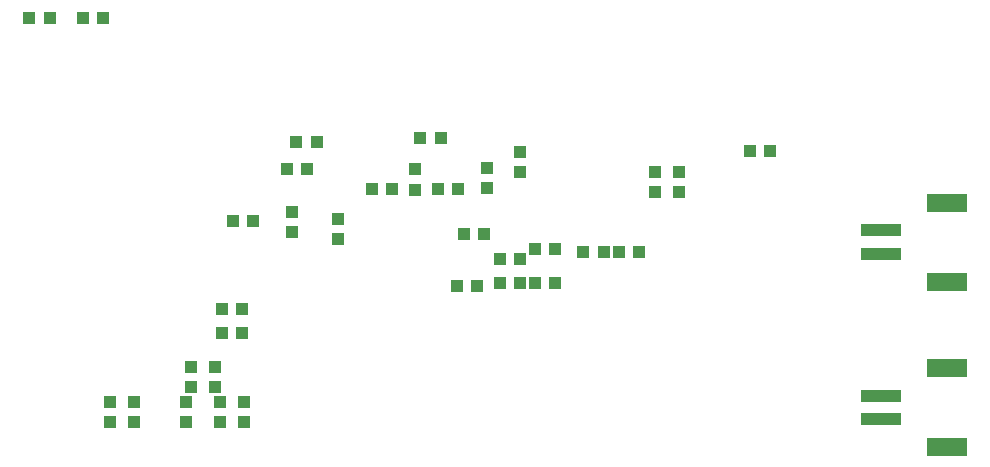
<source format=gbp>
G75*
G70*
%OFA0B0*%
%FSLAX24Y24*%
%IPPOS*%
%LPD*%
%AMOC8*
5,1,8,0,0,1.08239X$1,22.5*
%
%ADD10R,0.0394X0.0433*%
%ADD11R,0.0433X0.0394*%
%ADD12R,0.1339X0.0591*%
%ADD13R,0.1378X0.0394*%
D10*
X009450Y009727D03*
X010119Y009727D03*
X010119Y010514D03*
X009450Y010514D03*
X009804Y013467D03*
X010473Y013467D03*
X011615Y015199D03*
X012284Y015199D03*
X012599Y016105D03*
X011930Y016105D03*
X014450Y014530D03*
X015119Y014530D03*
X016654Y014530D03*
X017324Y014530D03*
X017520Y013034D03*
X018190Y013034D03*
X018702Y012207D03*
X019371Y012207D03*
X019883Y012522D03*
X020552Y012522D03*
X021497Y012443D03*
X022166Y012443D03*
X022678Y012443D03*
X023347Y012443D03*
X020552Y011380D03*
X019883Y011380D03*
X019371Y011380D03*
X018702Y011380D03*
X017954Y011302D03*
X017284Y011302D03*
X016733Y016223D03*
X016064Y016223D03*
X005473Y020239D03*
X004804Y020239D03*
X003702Y020239D03*
X003032Y020239D03*
X027048Y015790D03*
X027717Y015790D03*
D11*
X005729Y006754D03*
X005729Y007424D03*
X006517Y007424D03*
X006517Y006754D03*
X008249Y006754D03*
X008249Y007424D03*
X008426Y007936D03*
X008426Y008605D03*
X009213Y008605D03*
X009213Y007936D03*
X009391Y007424D03*
X009391Y006754D03*
X010178Y006754D03*
X010178Y007424D03*
X013328Y012857D03*
X013328Y013526D03*
X011792Y013762D03*
X011792Y013093D03*
X015887Y014510D03*
X015887Y015180D03*
X018288Y015219D03*
X018288Y014550D03*
X019391Y015101D03*
X019391Y015770D03*
X023898Y015081D03*
X024686Y015081D03*
X024686Y014412D03*
X023898Y014412D03*
D12*
X033603Y014077D03*
X033603Y011440D03*
X033603Y008566D03*
X033603Y005928D03*
D13*
X031418Y006853D03*
X031418Y007640D03*
X031418Y012365D03*
X031418Y013152D03*
M02*

</source>
